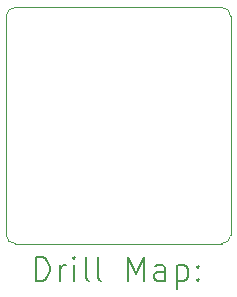
<source format=gbr>
%FSLAX45Y45*%
G04 Gerber Fmt 4.5, Leading zero omitted, Abs format (unit mm)*
G04 Created by KiCad (PCBNEW (6.0.0)) date 2022-08-29 11:13:16*
%MOMM*%
%LPD*%
G01*
G04 APERTURE LIST*
%TA.AperFunction,Profile*%
%ADD10C,0.100000*%
%TD*%
%ADD11C,0.200000*%
G04 APERTURE END LIST*
D10*
X14270920Y-9091680D02*
G75*
G03*
X14346000Y-9018200I3651J71367D01*
G01*
X12446000Y-7166680D02*
X12446000Y-9018200D01*
X14270920Y-7091680D02*
X12521000Y-7091680D01*
X12446000Y-9018200D02*
G75*
G03*
X12521000Y-9091680I72750J-761D01*
G01*
X12521000Y-9091680D02*
X14270920Y-9091680D01*
X12521000Y-7091680D02*
G75*
G03*
X12446000Y-7166680I-101J-74900D01*
G01*
X14346000Y-9018200D02*
X14346000Y-7166680D01*
X14346000Y-7166680D02*
G75*
G03*
X14270920Y-7091680I-74303J698D01*
G01*
D11*
X12698615Y-9407250D02*
X12698615Y-9207250D01*
X12746234Y-9207250D01*
X12774805Y-9216773D01*
X12793853Y-9235821D01*
X12803377Y-9254869D01*
X12812901Y-9292964D01*
X12812901Y-9321535D01*
X12803377Y-9359631D01*
X12793853Y-9378678D01*
X12774805Y-9397726D01*
X12746234Y-9407250D01*
X12698615Y-9407250D01*
X12898615Y-9407250D02*
X12898615Y-9273916D01*
X12898615Y-9312011D02*
X12908139Y-9292964D01*
X12917663Y-9283440D01*
X12936710Y-9273916D01*
X12955758Y-9273916D01*
X13022424Y-9407250D02*
X13022424Y-9273916D01*
X13022424Y-9207250D02*
X13012901Y-9216773D01*
X13022424Y-9226297D01*
X13031948Y-9216773D01*
X13022424Y-9207250D01*
X13022424Y-9226297D01*
X13146234Y-9407250D02*
X13127186Y-9397726D01*
X13117663Y-9378678D01*
X13117663Y-9207250D01*
X13250996Y-9407250D02*
X13231948Y-9397726D01*
X13222424Y-9378678D01*
X13222424Y-9207250D01*
X13479567Y-9407250D02*
X13479567Y-9207250D01*
X13546234Y-9350107D01*
X13612901Y-9207250D01*
X13612901Y-9407250D01*
X13793853Y-9407250D02*
X13793853Y-9302488D01*
X13784329Y-9283440D01*
X13765282Y-9273916D01*
X13727186Y-9273916D01*
X13708139Y-9283440D01*
X13793853Y-9397726D02*
X13774805Y-9407250D01*
X13727186Y-9407250D01*
X13708139Y-9397726D01*
X13698615Y-9378678D01*
X13698615Y-9359631D01*
X13708139Y-9340583D01*
X13727186Y-9331059D01*
X13774805Y-9331059D01*
X13793853Y-9321535D01*
X13889091Y-9273916D02*
X13889091Y-9473916D01*
X13889091Y-9283440D02*
X13908139Y-9273916D01*
X13946234Y-9273916D01*
X13965282Y-9283440D01*
X13974805Y-9292964D01*
X13984329Y-9312011D01*
X13984329Y-9369154D01*
X13974805Y-9388202D01*
X13965282Y-9397726D01*
X13946234Y-9407250D01*
X13908139Y-9407250D01*
X13889091Y-9397726D01*
X14070044Y-9388202D02*
X14079567Y-9397726D01*
X14070044Y-9407250D01*
X14060520Y-9397726D01*
X14070044Y-9388202D01*
X14070044Y-9407250D01*
X14070044Y-9283440D02*
X14079567Y-9292964D01*
X14070044Y-9302488D01*
X14060520Y-9292964D01*
X14070044Y-9283440D01*
X14070044Y-9302488D01*
M02*

</source>
